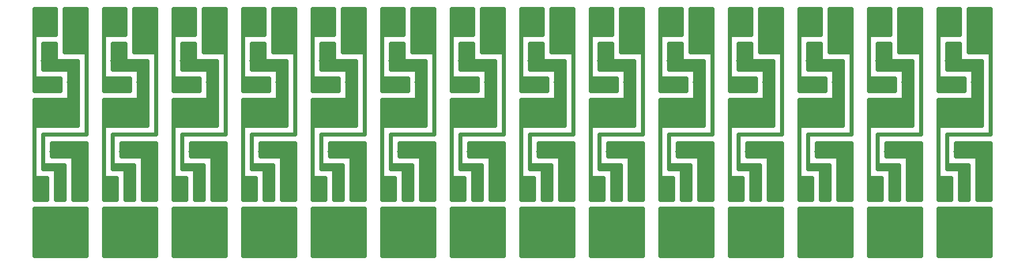
<source format=gbr>
%FSLAX34Y34*%
%MOMM*%
%LNSILK_TOP*%
G71*
G01*
%ADD10C, 1.80*%
%ADD11C, 0.60*%
%ADD12C, 2.80*%
%LPD*%
X66675Y365125D02*
G54D10*
D03*
X66675Y320675D02*
G54D10*
D03*
X41275Y320675D02*
G54D10*
D03*
X41275Y365125D02*
G54D10*
D03*
X34925Y301625D02*
G54D10*
D03*
G54D11*
X66675Y365125D02*
X72998Y342834D01*
X66675Y320675D01*
X73025Y269875D02*
G54D10*
D03*
X47625Y269875D02*
G54D10*
D03*
G54D11*
X41275Y320675D02*
X47625Y301625D01*
X66675Y288925D01*
X73025Y269875D01*
G54D11*
X73025Y269875D02*
X73025Y219075D01*
X15875Y219075D01*
G54D11*
X66675Y320675D02*
X92075Y320675D01*
X92075Y219075D01*
X47625Y168275D02*
G54D10*
D03*
X73025Y168275D02*
G54D10*
D03*
G54D11*
X47625Y168275D02*
X66675Y168275D01*
G54D11*
X73025Y168275D02*
X79375Y155575D01*
X79375Y117475D01*
G54D11*
X92075Y219075D02*
X92075Y193675D01*
X28575Y193675D01*
X28575Y142875D01*
X53975Y142875D01*
X53975Y117475D01*
X53975Y117475D02*
G54D10*
D03*
X79375Y117475D02*
G54D10*
D03*
X28575Y117475D02*
G54D10*
D03*
G54D11*
X15875Y219075D02*
X15875Y130175D01*
X28575Y117475D01*
G54D11*
X41275Y320675D02*
X34925Y301625D01*
G54D11*
X47625Y269875D02*
X15875Y269875D01*
G54D11*
X41275Y365125D02*
X22225Y365125D01*
X15875Y358775D01*
X15875Y269875D01*
G54D11*
X34953Y342834D02*
X41275Y365125D01*
G36*
X34925Y98425D02*
X15875Y98425D01*
X15875Y244475D01*
X66675Y244475D01*
X66675Y288925D01*
X28575Y288925D01*
X28575Y327025D01*
X47625Y327025D01*
X47625Y301625D01*
X79375Y301625D01*
X79375Y206375D01*
X15875Y206375D01*
X15875Y130175D01*
X34925Y130175D01*
X34925Y98425D01*
G37*
G54D11*
X34925Y98425D02*
X15875Y98425D01*
X15875Y244475D01*
X66675Y244475D01*
X66675Y288925D01*
X28575Y288925D01*
X28575Y327025D01*
X47625Y327025D01*
X47625Y301625D01*
X79375Y301625D01*
X79375Y206375D01*
X15875Y206375D01*
X15875Y130175D01*
X34925Y130175D01*
X34925Y98425D01*
G36*
X47625Y98425D02*
X47625Y142875D01*
X28575Y142875D01*
X28575Y149225D01*
X60325Y149225D01*
X60325Y98425D01*
X47625Y98425D01*
G37*
G54D11*
X47625Y98425D02*
X47625Y142875D01*
X28575Y142875D01*
X28575Y149225D01*
X60325Y149225D01*
X60325Y98425D01*
X47625Y98425D01*
G36*
X41275Y161925D02*
X73025Y161925D01*
X73025Y98425D01*
X92075Y98425D01*
X92075Y180975D01*
X41275Y180975D01*
X41275Y161925D01*
G37*
G54D11*
X41275Y161925D02*
X73025Y161925D01*
X73025Y98425D01*
X92075Y98425D01*
X92075Y180975D01*
X41275Y180975D01*
X41275Y161925D01*
G36*
X15875Y276225D02*
X53975Y276225D01*
X53975Y257175D01*
X15875Y257175D01*
X15875Y276225D01*
G37*
G54D11*
X15875Y276225D02*
X53975Y276225D01*
X53975Y257175D01*
X15875Y257175D01*
X15875Y276225D01*
G36*
X92075Y314325D02*
X60325Y314325D01*
X60325Y377825D01*
X92075Y377825D01*
X92075Y314325D01*
G37*
G54D11*
X92075Y314325D02*
X60325Y314325D01*
X60325Y377825D01*
X92075Y377825D01*
X92075Y314325D01*
G36*
X15875Y339725D02*
X47625Y339725D01*
X47625Y377825D01*
X15875Y377825D01*
X15875Y339725D01*
G37*
G54D11*
X15875Y339725D02*
X47625Y339725D01*
X47625Y377825D01*
X15875Y377825D01*
X15875Y339725D01*
X53975Y47625D02*
G54D12*
D03*
G36*
X15875Y85725D02*
X92075Y85725D01*
X92075Y15875D01*
X15875Y15875D01*
X15875Y85725D01*
G37*
G54D11*
X15875Y85725D02*
X92075Y85725D01*
X92075Y15875D01*
X15875Y15875D01*
X15875Y85725D01*
X168275Y365125D02*
G54D10*
D03*
X168275Y320675D02*
G54D10*
D03*
X142875Y320675D02*
G54D10*
D03*
X142875Y365125D02*
G54D10*
D03*
X136525Y301625D02*
G54D10*
D03*
G54D11*
X168275Y365125D02*
X174598Y342834D01*
X168275Y320675D01*
X174625Y269875D02*
G54D10*
D03*
X149225Y269875D02*
G54D10*
D03*
G54D11*
X142875Y320675D02*
X149225Y301625D01*
X168275Y288925D01*
X174625Y269875D01*
G54D11*
X174625Y269875D02*
X174625Y219075D01*
X117475Y219075D01*
G54D11*
X168275Y320675D02*
X193675Y320675D01*
X193675Y219075D01*
X149225Y168275D02*
G54D10*
D03*
X174625Y168275D02*
G54D10*
D03*
G54D11*
X149225Y168275D02*
X168275Y168275D01*
G54D11*
X174625Y168275D02*
X180975Y155575D01*
X180975Y117475D01*
G54D11*
X193675Y219075D02*
X193675Y193675D01*
X130175Y193675D01*
X130175Y142875D01*
X155575Y142875D01*
X155575Y117475D01*
X155575Y117475D02*
G54D10*
D03*
X180975Y117475D02*
G54D10*
D03*
X130175Y117475D02*
G54D10*
D03*
G54D11*
X117475Y219075D02*
X117475Y130175D01*
X130175Y117475D01*
G54D11*
X142875Y320675D02*
X136525Y301625D01*
G54D11*
X149225Y269875D02*
X117475Y269875D01*
G54D11*
X142875Y365125D02*
X123825Y365125D01*
X117475Y358775D01*
X117475Y269875D01*
G54D11*
X136553Y342834D02*
X142875Y365125D01*
G36*
X136525Y98425D02*
X117475Y98425D01*
X117475Y244475D01*
X168275Y244475D01*
X168275Y288925D01*
X130175Y288925D01*
X130175Y327025D01*
X149225Y327025D01*
X149225Y301625D01*
X180975Y301625D01*
X180975Y206375D01*
X117475Y206375D01*
X117475Y130175D01*
X136525Y130175D01*
X136525Y98425D01*
G37*
G54D11*
X136525Y98425D02*
X117475Y98425D01*
X117475Y244475D01*
X168275Y244475D01*
X168275Y288925D01*
X130175Y288925D01*
X130175Y327025D01*
X149225Y327025D01*
X149225Y301625D01*
X180975Y301625D01*
X180975Y206375D01*
X117475Y206375D01*
X117475Y130175D01*
X136525Y130175D01*
X136525Y98425D01*
G36*
X149225Y98425D02*
X149225Y142875D01*
X130175Y142875D01*
X130175Y149225D01*
X161925Y149225D01*
X161925Y98425D01*
X149225Y98425D01*
G37*
G54D11*
X149225Y98425D02*
X149225Y142875D01*
X130175Y142875D01*
X130175Y149225D01*
X161925Y149225D01*
X161925Y98425D01*
X149225Y98425D01*
G36*
X142875Y161925D02*
X174625Y161925D01*
X174625Y98425D01*
X193675Y98425D01*
X193675Y180975D01*
X142875Y180975D01*
X142875Y161925D01*
G37*
G54D11*
X142875Y161925D02*
X174625Y161925D01*
X174625Y98425D01*
X193675Y98425D01*
X193675Y180975D01*
X142875Y180975D01*
X142875Y161925D01*
G36*
X117475Y276225D02*
X155575Y276225D01*
X155575Y257175D01*
X117475Y257175D01*
X117475Y276225D01*
G37*
G54D11*
X117475Y276225D02*
X155575Y276225D01*
X155575Y257175D01*
X117475Y257175D01*
X117475Y276225D01*
G36*
X193675Y314325D02*
X161925Y314325D01*
X161925Y377825D01*
X193675Y377825D01*
X193675Y314325D01*
G37*
G54D11*
X193675Y314325D02*
X161925Y314325D01*
X161925Y377825D01*
X193675Y377825D01*
X193675Y314325D01*
G36*
X117475Y339725D02*
X149225Y339725D01*
X149225Y377825D01*
X117475Y377825D01*
X117475Y339725D01*
G37*
G54D11*
X117475Y339725D02*
X149225Y339725D01*
X149225Y377825D01*
X117475Y377825D01*
X117475Y339725D01*
X155575Y47625D02*
G54D12*
D03*
G36*
X117475Y85725D02*
X193675Y85725D01*
X193675Y15875D01*
X117475Y15875D01*
X117475Y85725D01*
G37*
G54D11*
X117475Y85725D02*
X193675Y85725D01*
X193675Y15875D01*
X117475Y15875D01*
X117475Y85725D01*
X269875Y365125D02*
G54D10*
D03*
X269875Y320675D02*
G54D10*
D03*
X244475Y320675D02*
G54D10*
D03*
X244475Y365125D02*
G54D10*
D03*
X238125Y301625D02*
G54D10*
D03*
G54D11*
X269875Y365125D02*
X276198Y342834D01*
X269875Y320675D01*
X276225Y269875D02*
G54D10*
D03*
X250825Y269875D02*
G54D10*
D03*
G54D11*
X244475Y320675D02*
X250825Y301625D01*
X269875Y288925D01*
X276225Y269875D01*
G54D11*
X276225Y269875D02*
X276225Y219075D01*
X219075Y219075D01*
G54D11*
X269875Y320675D02*
X295275Y320675D01*
X295275Y219075D01*
X250825Y168275D02*
G54D10*
D03*
X276225Y168275D02*
G54D10*
D03*
G54D11*
X250825Y168275D02*
X269875Y168275D01*
G54D11*
X276225Y168275D02*
X282575Y155575D01*
X282575Y117475D01*
G54D11*
X295275Y219075D02*
X295275Y193675D01*
X231775Y193675D01*
X231775Y142875D01*
X257175Y142875D01*
X257175Y117475D01*
X257175Y117475D02*
G54D10*
D03*
X282575Y117475D02*
G54D10*
D03*
X231775Y117475D02*
G54D10*
D03*
G54D11*
X219075Y219075D02*
X219075Y130175D01*
X231775Y117475D01*
G54D11*
X244475Y320675D02*
X238125Y301625D01*
G54D11*
X250825Y269875D02*
X219075Y269875D01*
G54D11*
X244475Y365125D02*
X225425Y365125D01*
X219075Y358775D01*
X219075Y269875D01*
G54D11*
X238153Y342834D02*
X244475Y365125D01*
G36*
X238125Y98425D02*
X219075Y98425D01*
X219075Y244475D01*
X269875Y244475D01*
X269875Y288925D01*
X231775Y288925D01*
X231775Y327025D01*
X250825Y327025D01*
X250825Y301625D01*
X282575Y301625D01*
X282575Y206375D01*
X219075Y206375D01*
X219075Y130175D01*
X238125Y130175D01*
X238125Y98425D01*
G37*
G54D11*
X238125Y98425D02*
X219075Y98425D01*
X219075Y244475D01*
X269875Y244475D01*
X269875Y288925D01*
X231775Y288925D01*
X231775Y327025D01*
X250825Y327025D01*
X250825Y301625D01*
X282575Y301625D01*
X282575Y206375D01*
X219075Y206375D01*
X219075Y130175D01*
X238125Y130175D01*
X238125Y98425D01*
G36*
X250825Y98425D02*
X250825Y142875D01*
X231775Y142875D01*
X231775Y149225D01*
X263525Y149225D01*
X263525Y98425D01*
X250825Y98425D01*
G37*
G54D11*
X250825Y98425D02*
X250825Y142875D01*
X231775Y142875D01*
X231775Y149225D01*
X263525Y149225D01*
X263525Y98425D01*
X250825Y98425D01*
G36*
X244475Y161925D02*
X276225Y161925D01*
X276225Y98425D01*
X295275Y98425D01*
X295275Y180975D01*
X244475Y180975D01*
X244475Y161925D01*
G37*
G54D11*
X244475Y161925D02*
X276225Y161925D01*
X276225Y98425D01*
X295275Y98425D01*
X295275Y180975D01*
X244475Y180975D01*
X244475Y161925D01*
G36*
X219075Y276225D02*
X257175Y276225D01*
X257175Y257175D01*
X219075Y257175D01*
X219075Y276225D01*
G37*
G54D11*
X219075Y276225D02*
X257175Y276225D01*
X257175Y257175D01*
X219075Y257175D01*
X219075Y276225D01*
G36*
X295275Y314325D02*
X263525Y314325D01*
X263525Y377825D01*
X295275Y377825D01*
X295275Y314325D01*
G37*
G54D11*
X295275Y314325D02*
X263525Y314325D01*
X263525Y377825D01*
X295275Y377825D01*
X295275Y314325D01*
G36*
X219075Y339725D02*
X250825Y339725D01*
X250825Y377825D01*
X219075Y377825D01*
X219075Y339725D01*
G37*
G54D11*
X219075Y339725D02*
X250825Y339725D01*
X250825Y377825D01*
X219075Y377825D01*
X219075Y339725D01*
X257175Y47625D02*
G54D12*
D03*
G36*
X219075Y85725D02*
X295275Y85725D01*
X295275Y15875D01*
X219075Y15875D01*
X219075Y85725D01*
G37*
G54D11*
X219075Y85725D02*
X295275Y85725D01*
X295275Y15875D01*
X219075Y15875D01*
X219075Y85725D01*
X371475Y365125D02*
G54D10*
D03*
X371475Y320675D02*
G54D10*
D03*
X346075Y320675D02*
G54D10*
D03*
X346075Y365125D02*
G54D10*
D03*
X339725Y301625D02*
G54D10*
D03*
G54D11*
X371475Y365125D02*
X377798Y342834D01*
X371475Y320675D01*
X377825Y269875D02*
G54D10*
D03*
X352425Y269875D02*
G54D10*
D03*
G54D11*
X346075Y320675D02*
X352425Y301625D01*
X371475Y288925D01*
X377825Y269875D01*
G54D11*
X377825Y269875D02*
X377825Y219075D01*
X320675Y219075D01*
G54D11*
X371475Y320675D02*
X396875Y320675D01*
X396875Y219075D01*
X352425Y168275D02*
G54D10*
D03*
X377825Y168275D02*
G54D10*
D03*
G54D11*
X352425Y168275D02*
X371475Y168275D01*
G54D11*
X377825Y168275D02*
X384175Y155575D01*
X384175Y117475D01*
G54D11*
X396875Y219075D02*
X396875Y193675D01*
X333375Y193675D01*
X333375Y142875D01*
X358775Y142875D01*
X358775Y117475D01*
X358775Y117475D02*
G54D10*
D03*
X384175Y117475D02*
G54D10*
D03*
X333375Y117475D02*
G54D10*
D03*
G54D11*
X320675Y219075D02*
X320675Y130175D01*
X333375Y117475D01*
G54D11*
X346075Y320675D02*
X339725Y301625D01*
G54D11*
X352425Y269875D02*
X320675Y269875D01*
G54D11*
X346075Y365125D02*
X327025Y365125D01*
X320675Y358775D01*
X320675Y269875D01*
G54D11*
X339753Y342834D02*
X346075Y365125D01*
G36*
X339725Y98425D02*
X320675Y98425D01*
X320675Y244475D01*
X371475Y244475D01*
X371475Y288925D01*
X333375Y288925D01*
X333375Y327025D01*
X352425Y327025D01*
X352425Y301625D01*
X384175Y301625D01*
X384175Y206375D01*
X320675Y206375D01*
X320675Y130175D01*
X339725Y130175D01*
X339725Y98425D01*
G37*
G54D11*
X339725Y98425D02*
X320675Y98425D01*
X320675Y244475D01*
X371475Y244475D01*
X371475Y288925D01*
X333375Y288925D01*
X333375Y327025D01*
X352425Y327025D01*
X352425Y301625D01*
X384175Y301625D01*
X384175Y206375D01*
X320675Y206375D01*
X320675Y130175D01*
X339725Y130175D01*
X339725Y98425D01*
G36*
X352425Y98425D02*
X352425Y142875D01*
X333375Y142875D01*
X333375Y149225D01*
X365125Y149225D01*
X365125Y98425D01*
X352425Y98425D01*
G37*
G54D11*
X352425Y98425D02*
X352425Y142875D01*
X333375Y142875D01*
X333375Y149225D01*
X365125Y149225D01*
X365125Y98425D01*
X352425Y98425D01*
G36*
X346075Y161925D02*
X377825Y161925D01*
X377825Y98425D01*
X396875Y98425D01*
X396875Y180975D01*
X346075Y180975D01*
X346075Y161925D01*
G37*
G54D11*
X346075Y161925D02*
X377825Y161925D01*
X377825Y98425D01*
X396875Y98425D01*
X396875Y180975D01*
X346075Y180975D01*
X346075Y161925D01*
G36*
X320675Y276225D02*
X358775Y276225D01*
X358775Y257175D01*
X320675Y257175D01*
X320675Y276225D01*
G37*
G54D11*
X320675Y276225D02*
X358775Y276225D01*
X358775Y257175D01*
X320675Y257175D01*
X320675Y276225D01*
G36*
X396875Y314325D02*
X365125Y314325D01*
X365125Y377825D01*
X396875Y377825D01*
X396875Y314325D01*
G37*
G54D11*
X396875Y314325D02*
X365125Y314325D01*
X365125Y377825D01*
X396875Y377825D01*
X396875Y314325D01*
G36*
X320675Y339725D02*
X352425Y339725D01*
X352425Y377825D01*
X320675Y377825D01*
X320675Y339725D01*
G37*
G54D11*
X320675Y339725D02*
X352425Y339725D01*
X352425Y377825D01*
X320675Y377825D01*
X320675Y339725D01*
X358775Y47625D02*
G54D12*
D03*
G36*
X320675Y85725D02*
X396875Y85725D01*
X396875Y15875D01*
X320675Y15875D01*
X320675Y85725D01*
G37*
G54D11*
X320675Y85725D02*
X396875Y85725D01*
X396875Y15875D01*
X320675Y15875D01*
X320675Y85725D01*
X473075Y365125D02*
G54D10*
D03*
X473075Y320675D02*
G54D10*
D03*
X447675Y320675D02*
G54D10*
D03*
X447675Y365125D02*
G54D10*
D03*
X441325Y301625D02*
G54D10*
D03*
G54D11*
X473075Y365125D02*
X479398Y342834D01*
X473075Y320675D01*
X479425Y269875D02*
G54D10*
D03*
X454025Y269875D02*
G54D10*
D03*
G54D11*
X447675Y320675D02*
X454025Y301625D01*
X473075Y288925D01*
X479425Y269875D01*
G54D11*
X479425Y269875D02*
X479425Y219075D01*
X422275Y219075D01*
G54D11*
X473075Y320675D02*
X498475Y320675D01*
X498475Y219075D01*
X454025Y168275D02*
G54D10*
D03*
X479425Y168275D02*
G54D10*
D03*
G54D11*
X454025Y168275D02*
X473075Y168275D01*
G54D11*
X479425Y168275D02*
X485775Y155575D01*
X485775Y117475D01*
G54D11*
X498475Y219075D02*
X498475Y193675D01*
X434975Y193675D01*
X434975Y142875D01*
X460375Y142875D01*
X460375Y117475D01*
X460375Y117475D02*
G54D10*
D03*
X485775Y117475D02*
G54D10*
D03*
X434975Y117475D02*
G54D10*
D03*
G54D11*
X422275Y219075D02*
X422275Y130175D01*
X434975Y117475D01*
G54D11*
X447675Y320675D02*
X441325Y301625D01*
G54D11*
X454025Y269875D02*
X422275Y269875D01*
G54D11*
X447675Y365125D02*
X428625Y365125D01*
X422275Y358775D01*
X422275Y269875D01*
G54D11*
X441353Y342834D02*
X447675Y365125D01*
G36*
X441325Y98425D02*
X422275Y98425D01*
X422275Y244475D01*
X473075Y244475D01*
X473075Y288925D01*
X434975Y288925D01*
X434975Y327025D01*
X454025Y327025D01*
X454025Y301625D01*
X485775Y301625D01*
X485775Y206375D01*
X422275Y206375D01*
X422275Y130175D01*
X441325Y130175D01*
X441325Y98425D01*
G37*
G54D11*
X441325Y98425D02*
X422275Y98425D01*
X422275Y244475D01*
X473075Y244475D01*
X473075Y288925D01*
X434975Y288925D01*
X434975Y327025D01*
X454025Y327025D01*
X454025Y301625D01*
X485775Y301625D01*
X485775Y206375D01*
X422275Y206375D01*
X422275Y130175D01*
X441325Y130175D01*
X441325Y98425D01*
G36*
X454025Y98425D02*
X454025Y142875D01*
X434975Y142875D01*
X434975Y149225D01*
X466725Y149225D01*
X466725Y98425D01*
X454025Y98425D01*
G37*
G54D11*
X454025Y98425D02*
X454025Y142875D01*
X434975Y142875D01*
X434975Y149225D01*
X466725Y149225D01*
X466725Y98425D01*
X454025Y98425D01*
G36*
X447675Y161925D02*
X479425Y161925D01*
X479425Y98425D01*
X498475Y98425D01*
X498475Y180975D01*
X447675Y180975D01*
X447675Y161925D01*
G37*
G54D11*
X447675Y161925D02*
X479425Y161925D01*
X479425Y98425D01*
X498475Y98425D01*
X498475Y180975D01*
X447675Y180975D01*
X447675Y161925D01*
G36*
X422275Y276225D02*
X460375Y276225D01*
X460375Y257175D01*
X422275Y257175D01*
X422275Y276225D01*
G37*
G54D11*
X422275Y276225D02*
X460375Y276225D01*
X460375Y257175D01*
X422275Y257175D01*
X422275Y276225D01*
G36*
X498475Y314325D02*
X466725Y314325D01*
X466725Y377825D01*
X498475Y377825D01*
X498475Y314325D01*
G37*
G54D11*
X498475Y314325D02*
X466725Y314325D01*
X466725Y377825D01*
X498475Y377825D01*
X498475Y314325D01*
G36*
X422275Y339725D02*
X454025Y339725D01*
X454025Y377825D01*
X422275Y377825D01*
X422275Y339725D01*
G37*
G54D11*
X422275Y339725D02*
X454025Y339725D01*
X454025Y377825D01*
X422275Y377825D01*
X422275Y339725D01*
X460375Y47625D02*
G54D12*
D03*
G36*
X422275Y85725D02*
X498475Y85725D01*
X498475Y15875D01*
X422275Y15875D01*
X422275Y85725D01*
G37*
G54D11*
X422275Y85725D02*
X498475Y85725D01*
X498475Y15875D01*
X422275Y15875D01*
X422275Y85725D01*
X574675Y365125D02*
G54D10*
D03*
X574675Y320675D02*
G54D10*
D03*
X549275Y320675D02*
G54D10*
D03*
X549275Y365125D02*
G54D10*
D03*
X542925Y301625D02*
G54D10*
D03*
G54D11*
X574675Y365125D02*
X580998Y342834D01*
X574675Y320675D01*
X581025Y269875D02*
G54D10*
D03*
X555625Y269875D02*
G54D10*
D03*
G54D11*
X549275Y320675D02*
X555625Y301625D01*
X574675Y288925D01*
X581025Y269875D01*
G54D11*
X581025Y269875D02*
X581025Y219075D01*
X523875Y219075D01*
G54D11*
X574675Y320675D02*
X600075Y320675D01*
X600075Y219075D01*
X555625Y168275D02*
G54D10*
D03*
X581025Y168275D02*
G54D10*
D03*
G54D11*
X555625Y168275D02*
X574675Y168275D01*
G54D11*
X581025Y168275D02*
X587375Y155575D01*
X587375Y117475D01*
G54D11*
X600075Y219075D02*
X600075Y193675D01*
X536575Y193675D01*
X536575Y142875D01*
X561975Y142875D01*
X561975Y117475D01*
X561975Y117475D02*
G54D10*
D03*
X587375Y117475D02*
G54D10*
D03*
X536575Y117475D02*
G54D10*
D03*
G54D11*
X523875Y219075D02*
X523875Y130175D01*
X536575Y117475D01*
G54D11*
X549275Y320675D02*
X542925Y301625D01*
G54D11*
X555625Y269875D02*
X523875Y269875D01*
G54D11*
X549275Y365125D02*
X530225Y365125D01*
X523875Y358775D01*
X523875Y269875D01*
G54D11*
X542953Y342834D02*
X549275Y365125D01*
G36*
X542925Y98425D02*
X523875Y98425D01*
X523875Y244475D01*
X574675Y244475D01*
X574675Y288925D01*
X536575Y288925D01*
X536575Y327025D01*
X555625Y327025D01*
X555625Y301625D01*
X587375Y301625D01*
X587375Y206375D01*
X523875Y206375D01*
X523875Y130175D01*
X542925Y130175D01*
X542925Y98425D01*
G37*
G54D11*
X542925Y98425D02*
X523875Y98425D01*
X523875Y244475D01*
X574675Y244475D01*
X574675Y288925D01*
X536575Y288925D01*
X536575Y327025D01*
X555625Y327025D01*
X555625Y301625D01*
X587375Y301625D01*
X587375Y206375D01*
X523875Y206375D01*
X523875Y130175D01*
X542925Y130175D01*
X542925Y98425D01*
G36*
X555625Y98425D02*
X555625Y142875D01*
X536575Y142875D01*
X536575Y149225D01*
X568325Y149225D01*
X568325Y98425D01*
X555625Y98425D01*
G37*
G54D11*
X555625Y98425D02*
X555625Y142875D01*
X536575Y142875D01*
X536575Y149225D01*
X568325Y149225D01*
X568325Y98425D01*
X555625Y98425D01*
G36*
X549275Y161925D02*
X581025Y161925D01*
X581025Y98425D01*
X600075Y98425D01*
X600075Y180975D01*
X549275Y180975D01*
X549275Y161925D01*
G37*
G54D11*
X549275Y161925D02*
X581025Y161925D01*
X581025Y98425D01*
X600075Y98425D01*
X600075Y180975D01*
X549275Y180975D01*
X549275Y161925D01*
G36*
X523875Y276225D02*
X561975Y276225D01*
X561975Y257175D01*
X523875Y257175D01*
X523875Y276225D01*
G37*
G54D11*
X523875Y276225D02*
X561975Y276225D01*
X561975Y257175D01*
X523875Y257175D01*
X523875Y276225D01*
G36*
X600075Y314325D02*
X568325Y314325D01*
X568325Y377825D01*
X600075Y377825D01*
X600075Y314325D01*
G37*
G54D11*
X600075Y314325D02*
X568325Y314325D01*
X568325Y377825D01*
X600075Y377825D01*
X600075Y314325D01*
G36*
X523875Y339725D02*
X555625Y339725D01*
X555625Y377825D01*
X523875Y377825D01*
X523875Y339725D01*
G37*
G54D11*
X523875Y339725D02*
X555625Y339725D01*
X555625Y377825D01*
X523875Y377825D01*
X523875Y339725D01*
X561975Y47625D02*
G54D12*
D03*
G36*
X523875Y85725D02*
X600075Y85725D01*
X600075Y15875D01*
X523875Y15875D01*
X523875Y85725D01*
G37*
G54D11*
X523875Y85725D02*
X600075Y85725D01*
X600075Y15875D01*
X523875Y15875D01*
X523875Y85725D01*
X676275Y365125D02*
G54D10*
D03*
X676275Y320675D02*
G54D10*
D03*
X650875Y320675D02*
G54D10*
D03*
X650875Y365125D02*
G54D10*
D03*
X644525Y301625D02*
G54D10*
D03*
G54D11*
X676275Y365125D02*
X682598Y342834D01*
X676275Y320675D01*
X682625Y269875D02*
G54D10*
D03*
X657225Y269875D02*
G54D10*
D03*
G54D11*
X650875Y320675D02*
X657225Y301625D01*
X676275Y288925D01*
X682625Y269875D01*
G54D11*
X682625Y269875D02*
X682625Y219075D01*
X625475Y219075D01*
G54D11*
X676275Y320675D02*
X701675Y320675D01*
X701675Y219075D01*
X657225Y168275D02*
G54D10*
D03*
X682625Y168275D02*
G54D10*
D03*
G54D11*
X657225Y168275D02*
X676275Y168275D01*
G54D11*
X682625Y168275D02*
X688975Y155575D01*
X688975Y117475D01*
G54D11*
X701675Y219075D02*
X701675Y193675D01*
X638175Y193675D01*
X638175Y142875D01*
X663575Y142875D01*
X663575Y117475D01*
X663575Y117475D02*
G54D10*
D03*
X688975Y117475D02*
G54D10*
D03*
X638175Y117475D02*
G54D10*
D03*
G54D11*
X625475Y219075D02*
X625475Y130175D01*
X638175Y117475D01*
G54D11*
X650875Y320675D02*
X644525Y301625D01*
G54D11*
X657225Y269875D02*
X625475Y269875D01*
G54D11*
X650875Y365125D02*
X631825Y365125D01*
X625475Y358775D01*
X625475Y269875D01*
G54D11*
X644553Y342834D02*
X650875Y365125D01*
G36*
X644525Y98425D02*
X625475Y98425D01*
X625475Y244475D01*
X676275Y244475D01*
X676275Y288925D01*
X638175Y288925D01*
X638175Y327025D01*
X657225Y327025D01*
X657225Y301625D01*
X688975Y301625D01*
X688975Y206375D01*
X625475Y206375D01*
X625475Y130175D01*
X644525Y130175D01*
X644525Y98425D01*
G37*
G54D11*
X644525Y98425D02*
X625475Y98425D01*
X625475Y244475D01*
X676275Y244475D01*
X676275Y288925D01*
X638175Y288925D01*
X638175Y327025D01*
X657225Y327025D01*
X657225Y301625D01*
X688975Y301625D01*
X688975Y206375D01*
X625475Y206375D01*
X625475Y130175D01*
X644525Y130175D01*
X644525Y98425D01*
G36*
X657225Y98425D02*
X657225Y142875D01*
X638175Y142875D01*
X638175Y149225D01*
X669925Y149225D01*
X669925Y98425D01*
X657225Y98425D01*
G37*
G54D11*
X657225Y98425D02*
X657225Y142875D01*
X638175Y142875D01*
X638175Y149225D01*
X669925Y149225D01*
X669925Y98425D01*
X657225Y98425D01*
G36*
X650875Y161925D02*
X682625Y161925D01*
X682625Y98425D01*
X701675Y98425D01*
X701675Y180975D01*
X650875Y180975D01*
X650875Y161925D01*
G37*
G54D11*
X650875Y161925D02*
X682625Y161925D01*
X682625Y98425D01*
X701675Y98425D01*
X701675Y180975D01*
X650875Y180975D01*
X650875Y161925D01*
G36*
X625475Y276225D02*
X663575Y276225D01*
X663575Y257175D01*
X625475Y257175D01*
X625475Y276225D01*
G37*
G54D11*
X625475Y276225D02*
X663575Y276225D01*
X663575Y257175D01*
X625475Y257175D01*
X625475Y276225D01*
G36*
X701675Y314325D02*
X669925Y314325D01*
X669925Y377825D01*
X701675Y377825D01*
X701675Y314325D01*
G37*
G54D11*
X701675Y314325D02*
X669925Y314325D01*
X669925Y377825D01*
X701675Y377825D01*
X701675Y314325D01*
G36*
X625475Y339725D02*
X657225Y339725D01*
X657225Y377825D01*
X625475Y377825D01*
X625475Y339725D01*
G37*
G54D11*
X625475Y339725D02*
X657225Y339725D01*
X657225Y377825D01*
X625475Y377825D01*
X625475Y339725D01*
X663575Y47625D02*
G54D12*
D03*
G36*
X625475Y85725D02*
X701675Y85725D01*
X701675Y15875D01*
X625475Y15875D01*
X625475Y85725D01*
G37*
G54D11*
X625475Y85725D02*
X701675Y85725D01*
X701675Y15875D01*
X625475Y15875D01*
X625475Y85725D01*
X777875Y365125D02*
G54D10*
D03*
X777875Y320675D02*
G54D10*
D03*
X752475Y320675D02*
G54D10*
D03*
X752475Y365125D02*
G54D10*
D03*
X746125Y301625D02*
G54D10*
D03*
G54D11*
X777875Y365125D02*
X784198Y342834D01*
X777875Y320675D01*
X784225Y269875D02*
G54D10*
D03*
X758825Y269875D02*
G54D10*
D03*
G54D11*
X752475Y320675D02*
X758825Y301625D01*
X777875Y288925D01*
X784225Y269875D01*
G54D11*
X784225Y269875D02*
X784225Y219075D01*
X727075Y219075D01*
G54D11*
X777875Y320675D02*
X803275Y320675D01*
X803275Y219075D01*
X758825Y168275D02*
G54D10*
D03*
X784225Y168275D02*
G54D10*
D03*
G54D11*
X758825Y168275D02*
X777875Y168275D01*
G54D11*
X784225Y168275D02*
X790575Y155575D01*
X790575Y117475D01*
G54D11*
X803275Y219075D02*
X803275Y193675D01*
X739775Y193675D01*
X739775Y142875D01*
X765175Y142875D01*
X765175Y117475D01*
X765175Y117475D02*
G54D10*
D03*
X790575Y117475D02*
G54D10*
D03*
X739775Y117475D02*
G54D10*
D03*
G54D11*
X727075Y219075D02*
X727075Y130175D01*
X739775Y117475D01*
G54D11*
X752475Y320675D02*
X746125Y301625D01*
G54D11*
X758825Y269875D02*
X727075Y269875D01*
G54D11*
X752475Y365125D02*
X733425Y365125D01*
X727075Y358775D01*
X727075Y269875D01*
G54D11*
X746153Y342834D02*
X752475Y365125D01*
G36*
X746125Y98425D02*
X727075Y98425D01*
X727075Y244475D01*
X777875Y244475D01*
X777875Y288925D01*
X739775Y288925D01*
X739775Y327025D01*
X758825Y327025D01*
X758825Y301625D01*
X790575Y301625D01*
X790575Y206375D01*
X727075Y206375D01*
X727075Y130175D01*
X746125Y130175D01*
X746125Y98425D01*
G37*
G54D11*
X746125Y98425D02*
X727075Y98425D01*
X727075Y244475D01*
X777875Y244475D01*
X777875Y288925D01*
X739775Y288925D01*
X739775Y327025D01*
X758825Y327025D01*
X758825Y301625D01*
X790575Y301625D01*
X790575Y206375D01*
X727075Y206375D01*
X727075Y130175D01*
X746125Y130175D01*
X746125Y98425D01*
G36*
X758825Y98425D02*
X758825Y142875D01*
X739775Y142875D01*
X739775Y149225D01*
X771525Y149225D01*
X771525Y98425D01*
X758825Y98425D01*
G37*
G54D11*
X758825Y98425D02*
X758825Y142875D01*
X739775Y142875D01*
X739775Y149225D01*
X771525Y149225D01*
X771525Y98425D01*
X758825Y98425D01*
G36*
X752475Y161925D02*
X784225Y161925D01*
X784225Y98425D01*
X803275Y98425D01*
X803275Y180975D01*
X752475Y180975D01*
X752475Y161925D01*
G37*
G54D11*
X752475Y161925D02*
X784225Y161925D01*
X784225Y98425D01*
X803275Y98425D01*
X803275Y180975D01*
X752475Y180975D01*
X752475Y161925D01*
G36*
X727075Y276225D02*
X765175Y276225D01*
X765175Y257175D01*
X727075Y257175D01*
X727075Y276225D01*
G37*
G54D11*
X727075Y276225D02*
X765175Y276225D01*
X765175Y257175D01*
X727075Y257175D01*
X727075Y276225D01*
G36*
X803275Y314325D02*
X771525Y314325D01*
X771525Y377825D01*
X803275Y377825D01*
X803275Y314325D01*
G37*
G54D11*
X803275Y314325D02*
X771525Y314325D01*
X771525Y377825D01*
X803275Y377825D01*
X803275Y314325D01*
G36*
X727075Y339725D02*
X758825Y339725D01*
X758825Y377825D01*
X727075Y377825D01*
X727075Y339725D01*
G37*
G54D11*
X727075Y339725D02*
X758825Y339725D01*
X758825Y377825D01*
X727075Y377825D01*
X727075Y339725D01*
X765175Y47625D02*
G54D12*
D03*
G36*
X727075Y85725D02*
X803275Y85725D01*
X803275Y15875D01*
X727075Y15875D01*
X727075Y85725D01*
G37*
G54D11*
X727075Y85725D02*
X803275Y85725D01*
X803275Y15875D01*
X727075Y15875D01*
X727075Y85725D01*
X879475Y365125D02*
G54D10*
D03*
X879475Y320675D02*
G54D10*
D03*
X854075Y320675D02*
G54D10*
D03*
X854075Y365125D02*
G54D10*
D03*
X847725Y301625D02*
G54D10*
D03*
G54D11*
X879475Y365125D02*
X885798Y342834D01*
X879475Y320675D01*
X885825Y269875D02*
G54D10*
D03*
X860425Y269875D02*
G54D10*
D03*
G54D11*
X854075Y320675D02*
X860425Y301625D01*
X879475Y288925D01*
X885825Y269875D01*
G54D11*
X885825Y269875D02*
X885825Y219075D01*
X828675Y219075D01*
G54D11*
X879475Y320675D02*
X904875Y320675D01*
X904875Y219075D01*
X860425Y168275D02*
G54D10*
D03*
X885825Y168275D02*
G54D10*
D03*
G54D11*
X860425Y168275D02*
X879475Y168275D01*
G54D11*
X885825Y168275D02*
X892175Y155575D01*
X892175Y117475D01*
G54D11*
X904875Y219075D02*
X904875Y193675D01*
X841375Y193675D01*
X841375Y142875D01*
X866775Y142875D01*
X866775Y117475D01*
X866775Y117475D02*
G54D10*
D03*
X892175Y117475D02*
G54D10*
D03*
X841375Y117475D02*
G54D10*
D03*
G54D11*
X828675Y219075D02*
X828675Y130175D01*
X841375Y117475D01*
G54D11*
X854075Y320675D02*
X847725Y301625D01*
G54D11*
X860425Y269875D02*
X828675Y269875D01*
G54D11*
X854075Y365125D02*
X835025Y365125D01*
X828675Y358775D01*
X828675Y269875D01*
G54D11*
X847753Y342834D02*
X854075Y365125D01*
G36*
X847725Y98425D02*
X828675Y98425D01*
X828675Y244475D01*
X879475Y244475D01*
X879475Y288925D01*
X841375Y288925D01*
X841375Y327025D01*
X860425Y327025D01*
X860425Y301625D01*
X892175Y301625D01*
X892175Y206375D01*
X828675Y206375D01*
X828675Y130175D01*
X847725Y130175D01*
X847725Y98425D01*
G37*
G54D11*
X847725Y98425D02*
X828675Y98425D01*
X828675Y244475D01*
X879475Y244475D01*
X879475Y288925D01*
X841375Y288925D01*
X841375Y327025D01*
X860425Y327025D01*
X860425Y301625D01*
X892175Y301625D01*
X892175Y206375D01*
X828675Y206375D01*
X828675Y130175D01*
X847725Y130175D01*
X847725Y98425D01*
G36*
X860425Y98425D02*
X860425Y142875D01*
X841375Y142875D01*
X841375Y149225D01*
X873125Y149225D01*
X873125Y98425D01*
X860425Y98425D01*
G37*
G54D11*
X860425Y98425D02*
X860425Y142875D01*
X841375Y142875D01*
X841375Y149225D01*
X873125Y149225D01*
X873125Y98425D01*
X860425Y98425D01*
G36*
X854075Y161925D02*
X885825Y161925D01*
X885825Y98425D01*
X904875Y98425D01*
X904875Y180975D01*
X854075Y180975D01*
X854075Y161925D01*
G37*
G54D11*
X854075Y161925D02*
X885825Y161925D01*
X885825Y98425D01*
X904875Y98425D01*
X904875Y180975D01*
X854075Y180975D01*
X854075Y161925D01*
G36*
X828675Y276225D02*
X866775Y276225D01*
X866775Y257175D01*
X828675Y257175D01*
X828675Y276225D01*
G37*
G54D11*
X828675Y276225D02*
X866775Y276225D01*
X866775Y257175D01*
X828675Y257175D01*
X828675Y276225D01*
G36*
X904875Y314325D02*
X873125Y314325D01*
X873125Y377825D01*
X904875Y377825D01*
X904875Y314325D01*
G37*
G54D11*
X904875Y314325D02*
X873125Y314325D01*
X873125Y377825D01*
X904875Y377825D01*
X904875Y314325D01*
G36*
X828675Y339725D02*
X860425Y339725D01*
X860425Y377825D01*
X828675Y377825D01*
X828675Y339725D01*
G37*
G54D11*
X828675Y339725D02*
X860425Y339725D01*
X860425Y377825D01*
X828675Y377825D01*
X828675Y339725D01*
X866775Y47625D02*
G54D12*
D03*
G36*
X828675Y85725D02*
X904875Y85725D01*
X904875Y15875D01*
X828675Y15875D01*
X828675Y85725D01*
G37*
G54D11*
X828675Y85725D02*
X904875Y85725D01*
X904875Y15875D01*
X828675Y15875D01*
X828675Y85725D01*
X981075Y365125D02*
G54D10*
D03*
X981075Y320675D02*
G54D10*
D03*
X955675Y320675D02*
G54D10*
D03*
X955675Y365125D02*
G54D10*
D03*
X949325Y301625D02*
G54D10*
D03*
G54D11*
X981075Y365125D02*
X987398Y342834D01*
X981075Y320675D01*
X987425Y269875D02*
G54D10*
D03*
X962025Y269875D02*
G54D10*
D03*
G54D11*
X955675Y320675D02*
X962025Y301625D01*
X981075Y288925D01*
X987425Y269875D01*
G54D11*
X987425Y269875D02*
X987425Y219075D01*
X930275Y219075D01*
G54D11*
X981075Y320675D02*
X1006475Y320675D01*
X1006475Y219075D01*
X962025Y168275D02*
G54D10*
D03*
X987425Y168275D02*
G54D10*
D03*
G54D11*
X962025Y168275D02*
X981075Y168275D01*
G54D11*
X987425Y168275D02*
X993775Y155575D01*
X993775Y117475D01*
G54D11*
X1006475Y219075D02*
X1006475Y193675D01*
X942975Y193675D01*
X942975Y142875D01*
X968375Y142875D01*
X968375Y117475D01*
X968375Y117475D02*
G54D10*
D03*
X993775Y117475D02*
G54D10*
D03*
X942975Y117475D02*
G54D10*
D03*
G54D11*
X930275Y219075D02*
X930275Y130175D01*
X942975Y117475D01*
G54D11*
X955675Y320675D02*
X949325Y301625D01*
G54D11*
X962025Y269875D02*
X930275Y269875D01*
G54D11*
X955675Y365125D02*
X936625Y365125D01*
X930275Y358775D01*
X930275Y269875D01*
G54D11*
X949353Y342834D02*
X955675Y365125D01*
G36*
X949325Y98425D02*
X930275Y98425D01*
X930275Y244475D01*
X981075Y244475D01*
X981075Y288925D01*
X942975Y288925D01*
X942975Y327025D01*
X962025Y327025D01*
X962025Y301625D01*
X993775Y301625D01*
X993775Y206375D01*
X930275Y206375D01*
X930275Y130175D01*
X949325Y130175D01*
X949325Y98425D01*
G37*
G54D11*
X949325Y98425D02*
X930275Y98425D01*
X930275Y244475D01*
X981075Y244475D01*
X981075Y288925D01*
X942975Y288925D01*
X942975Y327025D01*
X962025Y327025D01*
X962025Y301625D01*
X993775Y301625D01*
X993775Y206375D01*
X930275Y206375D01*
X930275Y130175D01*
X949325Y130175D01*
X949325Y98425D01*
G36*
X962025Y98425D02*
X962025Y142875D01*
X942975Y142875D01*
X942975Y149225D01*
X974725Y149225D01*
X974725Y98425D01*
X962025Y98425D01*
G37*
G54D11*
X962025Y98425D02*
X962025Y142875D01*
X942975Y142875D01*
X942975Y149225D01*
X974725Y149225D01*
X974725Y98425D01*
X962025Y98425D01*
G36*
X955675Y161925D02*
X987425Y161925D01*
X987425Y98425D01*
X1006475Y98425D01*
X1006475Y180975D01*
X955675Y180975D01*
X955675Y161925D01*
G37*
G54D11*
X955675Y161925D02*
X987425Y161925D01*
X987425Y98425D01*
X1006475Y98425D01*
X1006475Y180975D01*
X955675Y180975D01*
X955675Y161925D01*
G36*
X930275Y276225D02*
X968375Y276225D01*
X968375Y257175D01*
X930275Y257175D01*
X930275Y276225D01*
G37*
G54D11*
X930275Y276225D02*
X968375Y276225D01*
X968375Y257175D01*
X930275Y257175D01*
X930275Y276225D01*
G36*
X1006475Y314325D02*
X974725Y314325D01*
X974725Y377825D01*
X1006475Y377825D01*
X1006475Y314325D01*
G37*
G54D11*
X1006475Y314325D02*
X974725Y314325D01*
X974725Y377825D01*
X1006475Y377825D01*
X1006475Y314325D01*
G36*
X930275Y339725D02*
X962025Y339725D01*
X962025Y377825D01*
X930275Y377825D01*
X930275Y339725D01*
G37*
G54D11*
X930275Y339725D02*
X962025Y339725D01*
X962025Y377825D01*
X930275Y377825D01*
X930275Y339725D01*
X968375Y47625D02*
G54D12*
D03*
G36*
X930275Y85725D02*
X1006475Y85725D01*
X1006475Y15875D01*
X930275Y15875D01*
X930275Y85725D01*
G37*
G54D11*
X930275Y85725D02*
X1006475Y85725D01*
X1006475Y15875D01*
X930275Y15875D01*
X930275Y85725D01*
X1082675Y365125D02*
G54D10*
D03*
X1082675Y320675D02*
G54D10*
D03*
X1057275Y320675D02*
G54D10*
D03*
X1057275Y365125D02*
G54D10*
D03*
X1050925Y301625D02*
G54D10*
D03*
G54D11*
X1082675Y365125D02*
X1088998Y342834D01*
X1082675Y320675D01*
X1089025Y269875D02*
G54D10*
D03*
X1063625Y269875D02*
G54D10*
D03*
G54D11*
X1057275Y320675D02*
X1063625Y301625D01*
X1082675Y288925D01*
X1089025Y269875D01*
G54D11*
X1089025Y269875D02*
X1089025Y219075D01*
X1031875Y219075D01*
G54D11*
X1082675Y320675D02*
X1108075Y320675D01*
X1108075Y219075D01*
X1063625Y168275D02*
G54D10*
D03*
X1089025Y168275D02*
G54D10*
D03*
G54D11*
X1063625Y168275D02*
X1082675Y168275D01*
G54D11*
X1089025Y168275D02*
X1095375Y155575D01*
X1095375Y117475D01*
G54D11*
X1108075Y219075D02*
X1108075Y193675D01*
X1044575Y193675D01*
X1044575Y142875D01*
X1069975Y142875D01*
X1069975Y117475D01*
X1069975Y117475D02*
G54D10*
D03*
X1095375Y117475D02*
G54D10*
D03*
X1044575Y117475D02*
G54D10*
D03*
G54D11*
X1031875Y219075D02*
X1031875Y130175D01*
X1044575Y117475D01*
G54D11*
X1057275Y320675D02*
X1050925Y301625D01*
G54D11*
X1063625Y269875D02*
X1031875Y269875D01*
G54D11*
X1057275Y365125D02*
X1038225Y365125D01*
X1031875Y358775D01*
X1031875Y269875D01*
G54D11*
X1050952Y342834D02*
X1057275Y365125D01*
G36*
X1050925Y98425D02*
X1031875Y98425D01*
X1031875Y244475D01*
X1082675Y244475D01*
X1082675Y288925D01*
X1044575Y288925D01*
X1044575Y327025D01*
X1063625Y327025D01*
X1063625Y301625D01*
X1095375Y301625D01*
X1095375Y206375D01*
X1031875Y206375D01*
X1031875Y130175D01*
X1050925Y130175D01*
X1050925Y98425D01*
G37*
G54D11*
X1050925Y98425D02*
X1031875Y98425D01*
X1031875Y244475D01*
X1082675Y244475D01*
X1082675Y288925D01*
X1044575Y288925D01*
X1044575Y327025D01*
X1063625Y327025D01*
X1063625Y301625D01*
X1095375Y301625D01*
X1095375Y206375D01*
X1031875Y206375D01*
X1031875Y130175D01*
X1050925Y130175D01*
X1050925Y98425D01*
G36*
X1063625Y98425D02*
X1063625Y142875D01*
X1044575Y142875D01*
X1044575Y149225D01*
X1076325Y149225D01*
X1076325Y98425D01*
X1063625Y98425D01*
G37*
G54D11*
X1063625Y98425D02*
X1063625Y142875D01*
X1044575Y142875D01*
X1044575Y149225D01*
X1076325Y149225D01*
X1076325Y98425D01*
X1063625Y98425D01*
G36*
X1057275Y161925D02*
X1089025Y161925D01*
X1089025Y98425D01*
X1108075Y98425D01*
X1108075Y180975D01*
X1057275Y180975D01*
X1057275Y161925D01*
G37*
G54D11*
X1057275Y161925D02*
X1089025Y161925D01*
X1089025Y98425D01*
X1108075Y98425D01*
X1108075Y180975D01*
X1057275Y180975D01*
X1057275Y161925D01*
G36*
X1031875Y276225D02*
X1069975Y276225D01*
X1069975Y257175D01*
X1031875Y257175D01*
X1031875Y276225D01*
G37*
G54D11*
X1031875Y276225D02*
X1069975Y276225D01*
X1069975Y257175D01*
X1031875Y257175D01*
X1031875Y276225D01*
G36*
X1108075Y314325D02*
X1076325Y314325D01*
X1076325Y377825D01*
X1108075Y377825D01*
X1108075Y314325D01*
G37*
G54D11*
X1108075Y314325D02*
X1076325Y314325D01*
X1076325Y377825D01*
X1108075Y377825D01*
X1108075Y314325D01*
G36*
X1031875Y339725D02*
X1063625Y339725D01*
X1063625Y377825D01*
X1031875Y377825D01*
X1031875Y339725D01*
G37*
G54D11*
X1031875Y339725D02*
X1063625Y339725D01*
X1063625Y377825D01*
X1031875Y377825D01*
X1031875Y339725D01*
X1069975Y47625D02*
G54D12*
D03*
G36*
X1031875Y85725D02*
X1108075Y85725D01*
X1108075Y15875D01*
X1031875Y15875D01*
X1031875Y85725D01*
G37*
G54D11*
X1031875Y85725D02*
X1108075Y85725D01*
X1108075Y15875D01*
X1031875Y15875D01*
X1031875Y85725D01*
X1184275Y365125D02*
G54D10*
D03*
X1184275Y320675D02*
G54D10*
D03*
X1158875Y320675D02*
G54D10*
D03*
X1158875Y365125D02*
G54D10*
D03*
X1152525Y301625D02*
G54D10*
D03*
G54D11*
X1184275Y365125D02*
X1190598Y342834D01*
X1184275Y320675D01*
X1190625Y269875D02*
G54D10*
D03*
X1165225Y269875D02*
G54D10*
D03*
G54D11*
X1158875Y320675D02*
X1165225Y301625D01*
X1184275Y288925D01*
X1190625Y269875D01*
G54D11*
X1190625Y269875D02*
X1190625Y219075D01*
X1133475Y219075D01*
G54D11*
X1184275Y320675D02*
X1209675Y320675D01*
X1209675Y219075D01*
X1165225Y168275D02*
G54D10*
D03*
X1190625Y168275D02*
G54D10*
D03*
G54D11*
X1165225Y168275D02*
X1184275Y168275D01*
G54D11*
X1190625Y168275D02*
X1196975Y155575D01*
X1196975Y117475D01*
G54D11*
X1209675Y219075D02*
X1209675Y193675D01*
X1146175Y193675D01*
X1146175Y142875D01*
X1171575Y142875D01*
X1171575Y117475D01*
X1171575Y117475D02*
G54D10*
D03*
X1196975Y117475D02*
G54D10*
D03*
X1146175Y117475D02*
G54D10*
D03*
G54D11*
X1133475Y219075D02*
X1133475Y130175D01*
X1146175Y117475D01*
G54D11*
X1158875Y320675D02*
X1152525Y301625D01*
G54D11*
X1165225Y269875D02*
X1133475Y269875D01*
G54D11*
X1158875Y365125D02*
X1139825Y365125D01*
X1133475Y358775D01*
X1133475Y269875D01*
G54D11*
X1152552Y342834D02*
X1158875Y365125D01*
G36*
X1152525Y98425D02*
X1133475Y98425D01*
X1133475Y244475D01*
X1184275Y244475D01*
X1184275Y288925D01*
X1146175Y288925D01*
X1146175Y327025D01*
X1165225Y327025D01*
X1165225Y301625D01*
X1196975Y301625D01*
X1196975Y206375D01*
X1133475Y206375D01*
X1133475Y130175D01*
X1152525Y130175D01*
X1152525Y98425D01*
G37*
G54D11*
X1152525Y98425D02*
X1133475Y98425D01*
X1133475Y244475D01*
X1184275Y244475D01*
X1184275Y288925D01*
X1146175Y288925D01*
X1146175Y327025D01*
X1165225Y327025D01*
X1165225Y301625D01*
X1196975Y301625D01*
X1196975Y206375D01*
X1133475Y206375D01*
X1133475Y130175D01*
X1152525Y130175D01*
X1152525Y98425D01*
G36*
X1165225Y98425D02*
X1165225Y142875D01*
X1146175Y142875D01*
X1146175Y149225D01*
X1177925Y149225D01*
X1177925Y98425D01*
X1165225Y98425D01*
G37*
G54D11*
X1165225Y98425D02*
X1165225Y142875D01*
X1146175Y142875D01*
X1146175Y149225D01*
X1177925Y149225D01*
X1177925Y98425D01*
X1165225Y98425D01*
G36*
X1158875Y161925D02*
X1190625Y161925D01*
X1190625Y98425D01*
X1209675Y98425D01*
X1209675Y180975D01*
X1158875Y180975D01*
X1158875Y161925D01*
G37*
G54D11*
X1158875Y161925D02*
X1190625Y161925D01*
X1190625Y98425D01*
X1209675Y98425D01*
X1209675Y180975D01*
X1158875Y180975D01*
X1158875Y161925D01*
G36*
X1133475Y276225D02*
X1171575Y276225D01*
X1171575Y257175D01*
X1133475Y257175D01*
X1133475Y276225D01*
G37*
G54D11*
X1133475Y276225D02*
X1171575Y276225D01*
X1171575Y257175D01*
X1133475Y257175D01*
X1133475Y276225D01*
G36*
X1209675Y314325D02*
X1177925Y314325D01*
X1177925Y377825D01*
X1209675Y377825D01*
X1209675Y314325D01*
G37*
G54D11*
X1209675Y314325D02*
X1177925Y314325D01*
X1177925Y377825D01*
X1209675Y377825D01*
X1209675Y314325D01*
G36*
X1133475Y339725D02*
X1165225Y339725D01*
X1165225Y377825D01*
X1133475Y377825D01*
X1133475Y339725D01*
G37*
G54D11*
X1133475Y339725D02*
X1165225Y339725D01*
X1165225Y377825D01*
X1133475Y377825D01*
X1133475Y339725D01*
X1171575Y47625D02*
G54D12*
D03*
G36*
X1133475Y85725D02*
X1209675Y85725D01*
X1209675Y15875D01*
X1133475Y15875D01*
X1133475Y85725D01*
G37*
G54D11*
X1133475Y85725D02*
X1209675Y85725D01*
X1209675Y15875D01*
X1133475Y15875D01*
X1133475Y85725D01*
X1285875Y365125D02*
G54D10*
D03*
X1285875Y320675D02*
G54D10*
D03*
X1260475Y320675D02*
G54D10*
D03*
X1260475Y365125D02*
G54D10*
D03*
X1254125Y301625D02*
G54D10*
D03*
G54D11*
X1285875Y365125D02*
X1292198Y342834D01*
X1285875Y320675D01*
X1292225Y269875D02*
G54D10*
D03*
X1266825Y269875D02*
G54D10*
D03*
G54D11*
X1260475Y320675D02*
X1266825Y301625D01*
X1285875Y288925D01*
X1292225Y269875D01*
G54D11*
X1292225Y269875D02*
X1292225Y219075D01*
X1235075Y219075D01*
G54D11*
X1285875Y320675D02*
X1311275Y320675D01*
X1311275Y219075D01*
X1266825Y168275D02*
G54D10*
D03*
X1292225Y168275D02*
G54D10*
D03*
G54D11*
X1266825Y168275D02*
X1285875Y168275D01*
G54D11*
X1292225Y168275D02*
X1298575Y155575D01*
X1298575Y117475D01*
G54D11*
X1311275Y219075D02*
X1311275Y193675D01*
X1247775Y193675D01*
X1247775Y142875D01*
X1273175Y142875D01*
X1273175Y117475D01*
X1273175Y117475D02*
G54D10*
D03*
X1298575Y117475D02*
G54D10*
D03*
X1247775Y117475D02*
G54D10*
D03*
G54D11*
X1235075Y219075D02*
X1235075Y130175D01*
X1247775Y117475D01*
G54D11*
X1260475Y320675D02*
X1254125Y301625D01*
G54D11*
X1266825Y269875D02*
X1235075Y269875D01*
G54D11*
X1260475Y365125D02*
X1241425Y365125D01*
X1235075Y358775D01*
X1235075Y269875D01*
G54D11*
X1254152Y342834D02*
X1260475Y365125D01*
G36*
X1254125Y98425D02*
X1235075Y98425D01*
X1235075Y244475D01*
X1285875Y244475D01*
X1285875Y288925D01*
X1247775Y288925D01*
X1247775Y327025D01*
X1266825Y327025D01*
X1266825Y301625D01*
X1298575Y301625D01*
X1298575Y206375D01*
X1235075Y206375D01*
X1235075Y130175D01*
X1254125Y130175D01*
X1254125Y98425D01*
G37*
G54D11*
X1254125Y98425D02*
X1235075Y98425D01*
X1235075Y244475D01*
X1285875Y244475D01*
X1285875Y288925D01*
X1247775Y288925D01*
X1247775Y327025D01*
X1266825Y327025D01*
X1266825Y301625D01*
X1298575Y301625D01*
X1298575Y206375D01*
X1235075Y206375D01*
X1235075Y130175D01*
X1254125Y130175D01*
X1254125Y98425D01*
G36*
X1266825Y98425D02*
X1266825Y142875D01*
X1247775Y142875D01*
X1247775Y149225D01*
X1279525Y149225D01*
X1279525Y98425D01*
X1266825Y98425D01*
G37*
G54D11*
X1266825Y98425D02*
X1266825Y142875D01*
X1247775Y142875D01*
X1247775Y149225D01*
X1279525Y149225D01*
X1279525Y98425D01*
X1266825Y98425D01*
G36*
X1260475Y161925D02*
X1292225Y161925D01*
X1292225Y98425D01*
X1311275Y98425D01*
X1311275Y180975D01*
X1260475Y180975D01*
X1260475Y161925D01*
G37*
G54D11*
X1260475Y161925D02*
X1292225Y161925D01*
X1292225Y98425D01*
X1311275Y98425D01*
X1311275Y180975D01*
X1260475Y180975D01*
X1260475Y161925D01*
G36*
X1235075Y276225D02*
X1273175Y276225D01*
X1273175Y257175D01*
X1235075Y257175D01*
X1235075Y276225D01*
G37*
G54D11*
X1235075Y276225D02*
X1273175Y276225D01*
X1273175Y257175D01*
X1235075Y257175D01*
X1235075Y276225D01*
G36*
X1311275Y314325D02*
X1279525Y314325D01*
X1279525Y377825D01*
X1311275Y377825D01*
X1311275Y314325D01*
G37*
G54D11*
X1311275Y314325D02*
X1279525Y314325D01*
X1279525Y377825D01*
X1311275Y377825D01*
X1311275Y314325D01*
G36*
X1235075Y339725D02*
X1266825Y339725D01*
X1266825Y377825D01*
X1235075Y377825D01*
X1235075Y339725D01*
G37*
G54D11*
X1235075Y339725D02*
X1266825Y339725D01*
X1266825Y377825D01*
X1235075Y377825D01*
X1235075Y339725D01*
X1273175Y47625D02*
G54D12*
D03*
G36*
X1235075Y85725D02*
X1311275Y85725D01*
X1311275Y15875D01*
X1235075Y15875D01*
X1235075Y85725D01*
G37*
G54D11*
X1235075Y85725D02*
X1311275Y85725D01*
X1311275Y15875D01*
X1235075Y15875D01*
X1235075Y85725D01*
X1387475Y365125D02*
G54D10*
D03*
X1387475Y320675D02*
G54D10*
D03*
X1362075Y320675D02*
G54D10*
D03*
X1362075Y365125D02*
G54D10*
D03*
X1355725Y301625D02*
G54D10*
D03*
G54D11*
X1387475Y365125D02*
X1393798Y342834D01*
X1387475Y320675D01*
X1393825Y269875D02*
G54D10*
D03*
X1368425Y269875D02*
G54D10*
D03*
G54D11*
X1362075Y320675D02*
X1368425Y301625D01*
X1387475Y288925D01*
X1393825Y269875D01*
G54D11*
X1393825Y269875D02*
X1393825Y219075D01*
X1336675Y219075D01*
G54D11*
X1387475Y320675D02*
X1412875Y320675D01*
X1412875Y219075D01*
X1368425Y168275D02*
G54D10*
D03*
X1393825Y168275D02*
G54D10*
D03*
G54D11*
X1368425Y168275D02*
X1387475Y168275D01*
G54D11*
X1393825Y168275D02*
X1400175Y155575D01*
X1400175Y117475D01*
G54D11*
X1412875Y219075D02*
X1412875Y193675D01*
X1349375Y193675D01*
X1349375Y142875D01*
X1374775Y142875D01*
X1374775Y117475D01*
X1374775Y117475D02*
G54D10*
D03*
X1400175Y117475D02*
G54D10*
D03*
X1349375Y117475D02*
G54D10*
D03*
G54D11*
X1336675Y219075D02*
X1336675Y130175D01*
X1349375Y117475D01*
G54D11*
X1362075Y320675D02*
X1355725Y301625D01*
G54D11*
X1368425Y269875D02*
X1336675Y269875D01*
G54D11*
X1362075Y365125D02*
X1343025Y365125D01*
X1336675Y358775D01*
X1336675Y269875D01*
G54D11*
X1355752Y342834D02*
X1362075Y365125D01*
G36*
X1355725Y98425D02*
X1336675Y98425D01*
X1336675Y244475D01*
X1387475Y244475D01*
X1387475Y288925D01*
X1349375Y288925D01*
X1349375Y327025D01*
X1368425Y327025D01*
X1368425Y301625D01*
X1400175Y301625D01*
X1400175Y206375D01*
X1336675Y206375D01*
X1336675Y130175D01*
X1355725Y130175D01*
X1355725Y98425D01*
G37*
G54D11*
X1355725Y98425D02*
X1336675Y98425D01*
X1336675Y244475D01*
X1387475Y244475D01*
X1387475Y288925D01*
X1349375Y288925D01*
X1349375Y327025D01*
X1368425Y327025D01*
X1368425Y301625D01*
X1400175Y301625D01*
X1400175Y206375D01*
X1336675Y206375D01*
X1336675Y130175D01*
X1355725Y130175D01*
X1355725Y98425D01*
G36*
X1368425Y98425D02*
X1368425Y142875D01*
X1349375Y142875D01*
X1349375Y149225D01*
X1381125Y149225D01*
X1381125Y98425D01*
X1368425Y98425D01*
G37*
G54D11*
X1368425Y98425D02*
X1368425Y142875D01*
X1349375Y142875D01*
X1349375Y149225D01*
X1381125Y149225D01*
X1381125Y98425D01*
X1368425Y98425D01*
G36*
X1362075Y161925D02*
X1393825Y161925D01*
X1393825Y98425D01*
X1412875Y98425D01*
X1412875Y180975D01*
X1362075Y180975D01*
X1362075Y161925D01*
G37*
G54D11*
X1362075Y161925D02*
X1393825Y161925D01*
X1393825Y98425D01*
X1412875Y98425D01*
X1412875Y180975D01*
X1362075Y180975D01*
X1362075Y161925D01*
G36*
X1336675Y276225D02*
X1374775Y276225D01*
X1374775Y257175D01*
X1336675Y257175D01*
X1336675Y276225D01*
G37*
G54D11*
X1336675Y276225D02*
X1374775Y276225D01*
X1374775Y257175D01*
X1336675Y257175D01*
X1336675Y276225D01*
G36*
X1412875Y314325D02*
X1381125Y314325D01*
X1381125Y377825D01*
X1412875Y377825D01*
X1412875Y314325D01*
G37*
G54D11*
X1412875Y314325D02*
X1381125Y314325D01*
X1381125Y377825D01*
X1412875Y377825D01*
X1412875Y314325D01*
G36*
X1336675Y339725D02*
X1368425Y339725D01*
X1368425Y377825D01*
X1336675Y377825D01*
X1336675Y339725D01*
G37*
G54D11*
X1336675Y339725D02*
X1368425Y339725D01*
X1368425Y377825D01*
X1336675Y377825D01*
X1336675Y339725D01*
X1374775Y47625D02*
G54D12*
D03*
G36*
X1336675Y85725D02*
X1412875Y85725D01*
X1412875Y15875D01*
X1336675Y15875D01*
X1336675Y85725D01*
G37*
G54D11*
X1336675Y85725D02*
X1412875Y85725D01*
X1412875Y15875D01*
X1336675Y15875D01*
X1336675Y85725D01*
M02*

</source>
